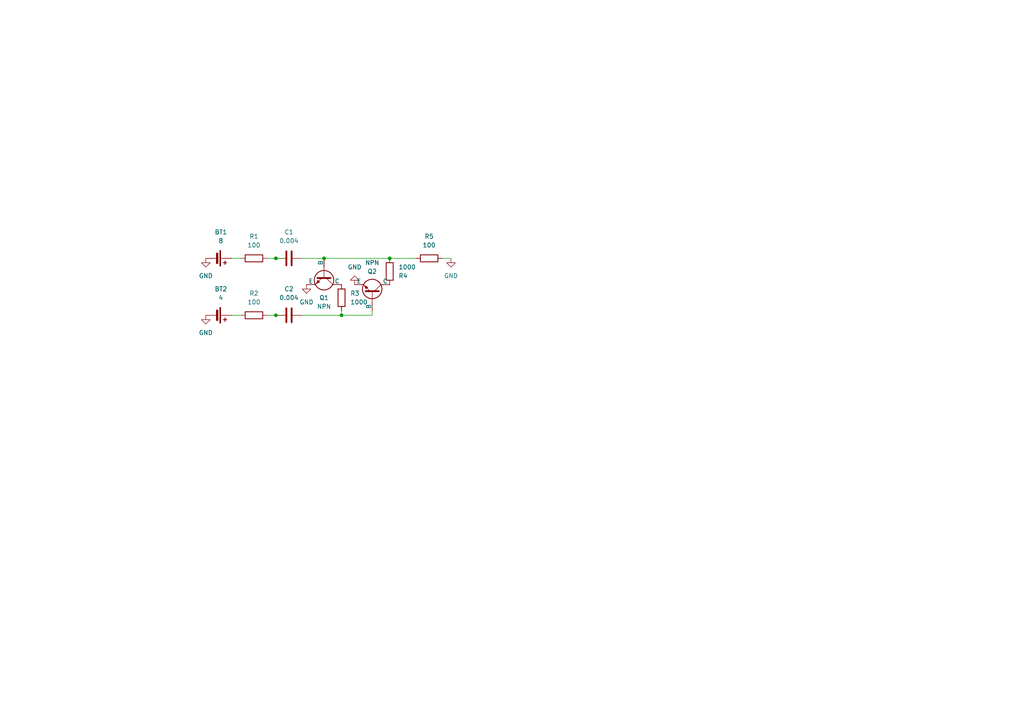
<source format=kicad_sch>
(kicad_sch (version 20230121) (generator eeschema)
  (paper "A4")
  (lib_symbols
    (symbol "Device:Battery_Cell" (pin_numbers hide) (pin_names (offset 0) hide)
      (property "Reference" "BT" (at 2.54 2.54 0))
      (property "Value" "Battery_Cell" (at 2.54 0 0))
      (symbol "Battery_Cell_0_1"
        (rectangle (start -2.286 1.778) (end 2.286 1.524) (fill (type outline)))
        (rectangle (start -1.524 1.016) (end 1.524 0.508) (fill (type outline)))
        (polyline (pts (xy 0 0.762) (xy 0 0)))
        (polyline (pts (xy 0 1.778) (xy 0 2.54)))
        (polyline (pts (xy 0.762 3.048) (xy 1.778 3.048)) (stroke (width 0.254)))
        (polyline (pts (xy 1.27 3.556) (xy 1.27 2.54)) (stroke (width 0.254)))
      )
      (symbol "Battery_Cell_1_1"
        (pin passive line (at 0 5.08 270) (length 2.54) (name "+") (number "1"))
        (pin passive line (at 0 -2.54 90) (length 2.54) (name "-") (number "2"))
      )
    )
    (symbol "Device:C" (pin_numbers hide) (pin_names (offset 0.254))
      (property "Reference" "C" (at 0.635 2.54 0))
      (property "Value" "C" (at 0.635 -2.54 0))
      (symbol "C_0_1"
        (polyline (pts (xy -2.032 -0.762) (xy 2.032 -0.762)) (stroke (width 0.508)))
        (polyline (pts (xy -2.032 0.762) (xy 2.032 0.762)) (stroke (width 0.508)))
      )
      (symbol "C_1_1"
        (pin passive line (at 0 3.81 270) (length 2.794) (name "~") (number "1"))
        (pin passive line (at 0 -3.81 90) (length 2.794) (name "~") (number "2"))
      )
    )
    (symbol "Device:R" (pin_numbers hide) (pin_names (offset 0))
      (property "Reference" "R" (at 2.032 0 90))
      (property "Value" "R" (at 0 0 90))
      (symbol "R_0_1"
        (rectangle (start -1.016 -2.54) (end 1.016 2.54) (stroke (width 0.254)))
      )
      (symbol "R_1_1"
        (pin passive line (at 0 3.81 270) (length 1.27) (name "~") (number "1"))
        (pin passive line (at 0 -3.81 90) (length 1.27) (name "~") (number "2"))
      )
    )
    (symbol "Simulation_SPICE:NPN" (pin_numbers hide) (pin_names (offset 0))
      (property "Reference" "Q" (at -2.54 7.62 0))
      (property "Value" "NPN" (at -2.54 5.08 0))
      (symbol "NPN_0_1"
        (polyline (pts (xy -2.54 0) (xy 0.635 0)) (stroke (width 0.1524)))
        (polyline (pts (xy 0.635 0.635) (xy 2.54 2.54)))
        (polyline (pts (xy 2.794 -1.27) (xy 2.794 -1.27)) (stroke (width 0.1524)))
        (polyline (pts (xy 2.794 -1.27) (xy 2.794 -1.27)) (stroke (width 0.1524)))
        (polyline (pts (xy 0.635 -0.635) (xy 2.54 -2.54) (xy 2.54 -2.54)))
        (polyline (pts (xy 0.635 1.905) (xy 0.635 -1.905) (xy 0.635 -1.905)) (stroke (width 0.508)))
        (polyline (pts (xy 1.27 -1.778) (xy 1.778 -1.27) (xy 2.286 -2.286) (xy 1.27 -1.778) (xy 1.27 -1.778)) (fill (type outline)))
        (circle (center 1.27 0) (radius 2.8194) (stroke (width 0.254)))
      )
      (symbol "NPN_1_1"
        (pin open_collector line (at 2.54 5.08 270) (length 2.54) (name "C") (number "1"))
        (pin input line (at -5.08 0 0) (length 2.54) (name "B") (number "2"))
        (pin open_emitter line (at 2.54 -5.08 90) (length 2.54) (name "E") (number "3"))
      )
    )
    (symbol "power:GND" (power) (pin_names (offset 0))
      (property "Value" "GND" (at 0 -3.81 0))
      (symbol "GND_0_1"
        (polyline (pts (xy 0 0) (xy 0 -1.27) (xy 1.27 -1.27) (xy 0 -2.54) (xy -1.27 -1.27) (xy 0 -1.27)))
      )
      (symbol "GND_1_1"
        (pin power_in line (at 0 0 270) (length 0) hide (name "GND") (number "1"))
      )
    )
  )
  (junction (at 99.06 91.44))
  (junction (at 80.01 91.44))
  (junction (at 113.03 74.93))
  (junction (at 80.01 74.93))
  (junction (at 93.98 74.93))
  (wire (pts (xy 93.98 74.93) (xy 113.03 74.93)))
  (wire (pts (xy 87.63 91.44) (xy 99.06 91.44)))
  (wire (pts (xy 99.06 91.44) (xy 99.06 90.17)))
  (wire (pts (xy 77.47 74.93) (xy 80.01 74.93)))
  (wire (pts (xy 113.03 74.93) (xy 120.65 74.93)))
  (wire (pts (xy 67.31 74.93) (xy 69.85 74.93)))
  (wire (pts (xy 80.01 74.93) (xy 82.55 74.93)))
  (wire (pts (xy 99.06 91.44) (xy 107.95 91.44)))
  (wire (pts (xy 107.95 91.44) (xy 107.95 90.17)))
  (wire (pts (xy 80.01 91.44) (xy 82.55 91.44)))
  (wire (pts (xy 87.63 74.93) (xy 93.98 74.93)))
  (wire (pts (xy 77.47 91.44) (xy 80.01 91.44)))
  (wire (pts (xy 67.31 91.44) (xy 69.85 91.44)))
  (wire (pts (xy 128.27 74.93) (xy 130.81 74.93)))
  (symbol (lib_id "Simulation_SPICE:NPN") (at 93.98 80.01 270) (unit 1)
    (property "Reference" "Q1" (at 93.98 86.36 90))
    (property "Value" "NPN" (at 93.98 88.9 90))
    (property "Sim.Device" "NPN" (effects hide))
    (property "Sim.Type" "GUMMELPOON" (effects hide))
    (property "Sim.Pins" "1=C 2=B 3=E" (effects hide))
  )
  (symbol (lib_id "Device:R") (at 73.66 91.44 90) (unit 1)
    (property "Reference" "R2" (at 73.66 85.09 90))
    (property "Value" "100" (at 73.66 87.63 90))
  )
  (symbol (lib_id "Device:R") (at 99.06 86.36 0) (unit 1)
    (property "Reference" "R3" (at 101.6 85.09 0) (effects (justify left)))
    (property "Value" "1000" (at 101.6 87.63 0) (effects (justify left)))
  )
  (symbol (lib_id "power:GND") (at 59.69 91.44 0) (unit 1)
    (property "Reference" "#PWR02" (effects hide))
    (property "Value" "GND" (at 59.69 96.52 0))
  )
  (symbol (lib_id "Device:C") (at 83.82 91.44 90) (unit 1)
    (property "Reference" "C2" (at 83.82 83.82 90))
    (property "Value" "0.004" (at 83.82 86.36 90))
  )
  (symbol (lib_id "Device:Battery_Cell") (at 62.23 91.44 270) (unit 1)
    (property "Reference" "BT2" (at 64.0715 83.82 90))
    (property "Value" "4" (at 64.0715 86.36 90))
    (property "Sim.Device" "V" (effects hide))
    (property "Sim.Type" "DC" (effects hide))
    (property "Sim.Pins" "1=+ 2=-" (effects hide))
    (property "Sim.Params" "dc=\"\"" (effects hide))
  )
  (symbol (lib_id "Device:R") (at 124.46 74.93 90) (unit 1)
    (property "Reference" "R5" (at 124.46 68.58 90))
    (property "Value" "100" (at 124.46 71.12 90))
  )
  (symbol (lib_id "Device:Battery_Cell") (at 62.23 74.93 270) (unit 1)
    (property "Reference" "BT1" (at 64.0715 67.31 90))
    (property "Value" "8" (at 64.0715 69.85 90))
    (property "Sim.Device" "V" (effects hide))
    (property "Sim.Type" "DC" (effects hide))
    (property "Sim.Pins" "1=+ 2=-" (effects hide))
    (property "Sim.Params" "dc=\"\"" (effects hide))
  )
  (symbol (lib_id "power:GND") (at 102.87 82.55 0) (mirror x) (unit 1)
    (property "Reference" "#PWR04" (effects hide))
    (property "Value" "GND" (at 102.87 77.47 0))
  )
  (symbol (lib_id "Device:C") (at 83.82 74.93 90) (unit 1)
    (property "Reference" "C1" (at 83.82 67.31 90))
    (property "Value" "0.004" (at 83.82 69.85 90))
  )
  (symbol (lib_id "power:GND") (at 59.69 74.93 0) (unit 1)
    (property "Reference" "#PWR01" (effects hide))
    (property "Value" "GND" (at 59.69 80.01 0))
  )
  (symbol (lib_id "power:GND") (at 88.9 82.55 0) (unit 1)
    (property "Reference" "#PWR03" (effects hide))
    (property "Value" "GND" (at 88.9 87.63 0))
  )
  (symbol (lib_id "Simulation_SPICE:NPN") (at 107.95 85.09 270) (mirror x) (unit 1)
    (property "Reference" "Q2" (at 107.95 78.74 90))
    (property "Value" "NPN" (at 107.95 76.2 90))
    (property "Sim.Device" "NPN" (effects hide))
    (property "Sim.Type" "GUMMELPOON" (effects hide))
    (property "Sim.Pins" "1=C 2=B 3=E" (effects hide))
  )
  (symbol (lib_id "Device:R") (at 113.03 78.74 0) (mirror x) (unit 1)
    (property "Reference" "R4" (at 115.57 80.01 0) (effects (justify left)))
    (property "Value" "1000" (at 115.57 77.47 0) (effects (justify left)))
  )
  (symbol (lib_id "power:GND") (at 130.81 74.93 0) (unit 1)
    (property "Reference" "#PWR05" (effects hide))
    (property "Value" "GND" (at 130.81 80.01 0))
  )
  (symbol (lib_id "Device:R") (at 73.66 74.93 90) (unit 1)
    (property "Reference" "R1" (at 73.66 68.58 90))
    (property "Value" "100" (at 73.66 71.12 90))
  )
)
</source>
